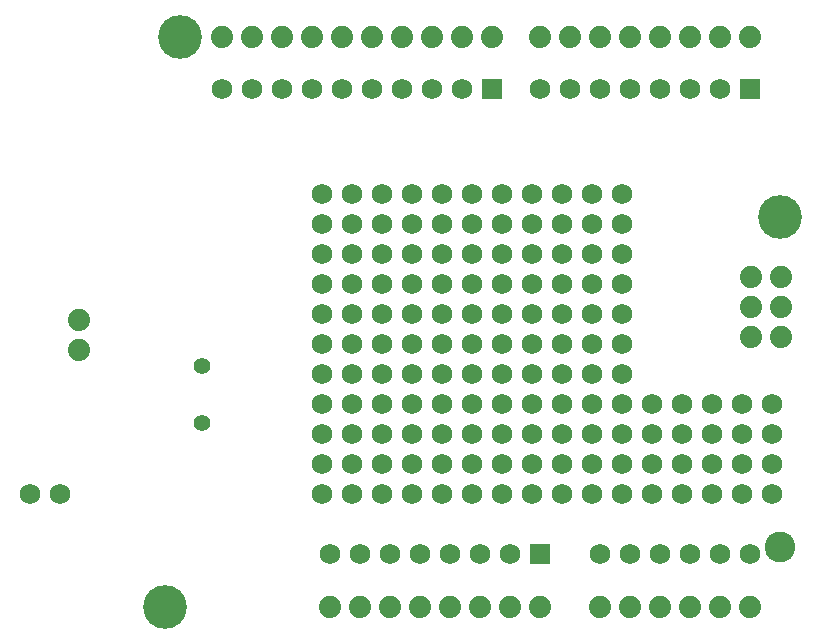
<source format=gbs>
G75*
G70*
%OFA0B0*%
%FSLAX24Y24*%
%IPPOS*%
%LPD*%
%AMOC8*
5,1,8,0,0,1.08239X$1,22.5*
%
%ADD10C,0.0560*%
%ADD11C,0.0740*%
%ADD12C,0.0680*%
%ADD13C,0.1458*%
%ADD14C,0.1025*%
%ADD15R,0.0680X0.0680*%
D10*
X007150Y007513D03*
X007150Y009413D03*
D11*
X003025Y009963D03*
X003025Y010963D03*
X007800Y020400D03*
X008800Y020400D03*
X009800Y020400D03*
X010800Y020400D03*
X011800Y020400D03*
X012800Y020400D03*
X013800Y020400D03*
X014800Y020400D03*
X015800Y020400D03*
X016800Y020400D03*
X018400Y020400D03*
X019400Y020400D03*
X020400Y020400D03*
X021400Y020400D03*
X022400Y020400D03*
X023400Y020400D03*
X024400Y020400D03*
X025400Y020400D03*
X025455Y012380D03*
X025455Y011380D03*
X026455Y011380D03*
X026455Y012380D03*
X026455Y010380D03*
X025455Y010380D03*
X025400Y001400D03*
X024400Y001400D03*
X023400Y001400D03*
X022400Y001400D03*
X021400Y001400D03*
X020400Y001400D03*
X018400Y001400D03*
X017400Y001400D03*
X016400Y001400D03*
X015400Y001400D03*
X014400Y001400D03*
X013400Y001400D03*
X012400Y001400D03*
X011400Y001400D03*
D12*
X011400Y003150D03*
X012400Y003150D03*
X013400Y003150D03*
X014400Y003150D03*
X015400Y003150D03*
X016400Y003150D03*
X017400Y003150D03*
X017150Y005150D03*
X016150Y005150D03*
X015150Y005150D03*
X014150Y005150D03*
X013150Y005150D03*
X012150Y005150D03*
X011150Y005150D03*
X011150Y006150D03*
X012150Y006150D03*
X012150Y007150D03*
X011150Y007150D03*
X011150Y008150D03*
X012150Y008150D03*
X012150Y009150D03*
X011150Y009150D03*
X011150Y010150D03*
X012150Y010150D03*
X013150Y010150D03*
X014150Y010150D03*
X015150Y010150D03*
X016150Y010150D03*
X017150Y010150D03*
X018150Y010150D03*
X019150Y010150D03*
X020150Y010150D03*
X021150Y010150D03*
X021150Y009150D03*
X021150Y008150D03*
X022150Y008150D03*
X023150Y008150D03*
X024150Y008150D03*
X025150Y008150D03*
X026150Y008150D03*
X026150Y007150D03*
X026150Y006150D03*
X025150Y006150D03*
X025150Y007150D03*
X024150Y007150D03*
X023150Y007150D03*
X023150Y006150D03*
X024150Y006150D03*
X024150Y005150D03*
X023150Y005150D03*
X022150Y005150D03*
X021150Y005150D03*
X020150Y005150D03*
X019150Y005150D03*
X018150Y005150D03*
X018150Y006150D03*
X019150Y006150D03*
X019150Y007150D03*
X018150Y007150D03*
X017150Y007150D03*
X016150Y007150D03*
X016150Y006150D03*
X017150Y006150D03*
X015150Y006150D03*
X015150Y007150D03*
X014150Y007150D03*
X013150Y007150D03*
X013150Y006150D03*
X014150Y006150D03*
X014150Y008150D03*
X013150Y008150D03*
X013150Y009150D03*
X014150Y009150D03*
X015150Y009150D03*
X015150Y008150D03*
X016150Y008150D03*
X017150Y008150D03*
X017150Y009150D03*
X016150Y009150D03*
X018150Y009150D03*
X019150Y009150D03*
X019150Y008150D03*
X018150Y008150D03*
X020150Y008150D03*
X020150Y009150D03*
X020150Y007150D03*
X020150Y006150D03*
X021150Y006150D03*
X022150Y006150D03*
X022150Y007150D03*
X021150Y007150D03*
X025150Y005150D03*
X026150Y005150D03*
X025400Y003150D03*
X024400Y003150D03*
X023400Y003150D03*
X022400Y003150D03*
X021400Y003150D03*
X020400Y003150D03*
X020150Y011150D03*
X020150Y012150D03*
X019150Y012150D03*
X018150Y012150D03*
X018150Y011150D03*
X019150Y011150D03*
X017150Y011150D03*
X016150Y011150D03*
X016150Y012150D03*
X017150Y012150D03*
X017150Y013150D03*
X016150Y013150D03*
X016150Y014150D03*
X017150Y014150D03*
X018150Y014150D03*
X019150Y014150D03*
X019150Y013150D03*
X018150Y013150D03*
X020150Y013150D03*
X020150Y014150D03*
X021150Y014150D03*
X021150Y013150D03*
X021150Y012150D03*
X021150Y011150D03*
X021150Y015150D03*
X020150Y015150D03*
X019150Y015150D03*
X018150Y015150D03*
X017150Y015150D03*
X016150Y015150D03*
X015150Y015150D03*
X014150Y015150D03*
X013150Y015150D03*
X012150Y015150D03*
X011150Y015150D03*
X011150Y014150D03*
X012150Y014150D03*
X012150Y013150D03*
X011150Y013150D03*
X011150Y012150D03*
X012150Y012150D03*
X012150Y011150D03*
X011150Y011150D03*
X013150Y011150D03*
X014150Y011150D03*
X014150Y012150D03*
X013150Y012150D03*
X013150Y013150D03*
X014150Y013150D03*
X014150Y014150D03*
X013150Y014150D03*
X015150Y014150D03*
X015150Y013150D03*
X015150Y012150D03*
X015150Y011150D03*
X014800Y018650D03*
X015800Y018650D03*
X013800Y018650D03*
X012800Y018650D03*
X011800Y018650D03*
X010800Y018650D03*
X009800Y018650D03*
X008800Y018650D03*
X007800Y018650D03*
X018400Y018650D03*
X019400Y018650D03*
X020400Y018650D03*
X021400Y018650D03*
X022400Y018650D03*
X023400Y018650D03*
X024400Y018650D03*
X002400Y005150D03*
X001400Y005150D03*
D13*
X005900Y001400D03*
X026400Y014400D03*
X006400Y020400D03*
D14*
X026400Y003400D03*
D15*
X018400Y003150D03*
X016800Y018650D03*
X025400Y018650D03*
M02*

</source>
